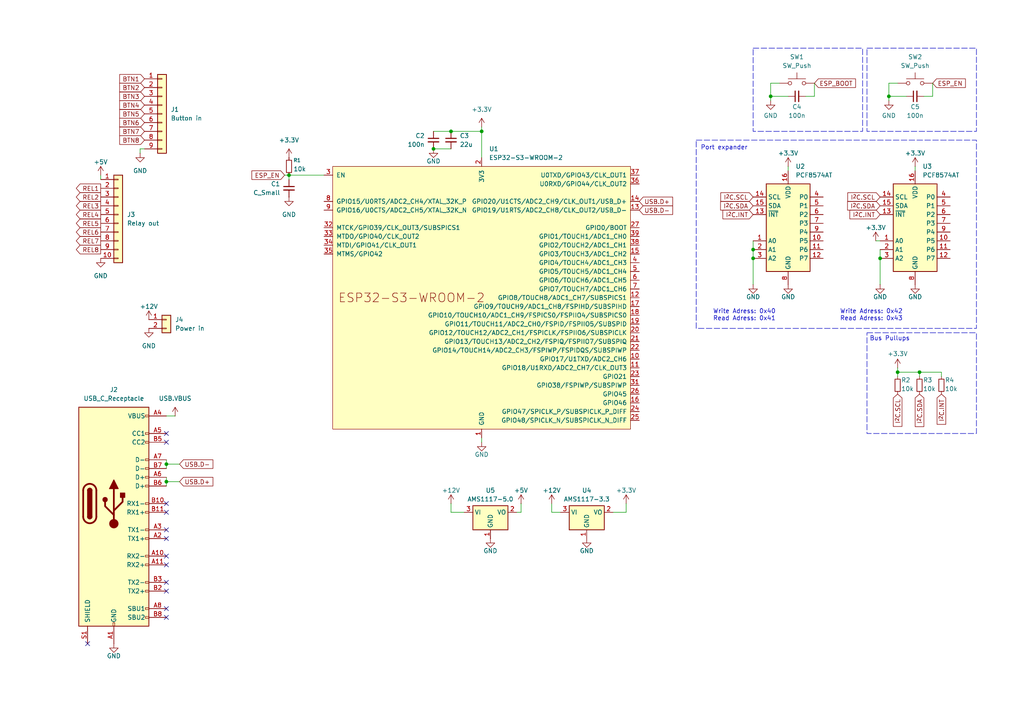
<source format=kicad_sch>
(kicad_sch (version 20250114) (generator "eeschema") (generator_version "9.0")
  (paper "A4")
  (lib_symbols
    (symbol "Connector:USB_C_Receptacle" (pin_names (offset 1.016))
      (property "Reference" "J" (at -10.16 29.21 0))
      (property "Value" "USB_C_Receptacle" (at 10.16 29.21 0))
      (symbol "USB_C_Receptacle_0_0"
        (rectangle (start -0.254 -35.56) (end 0.254 -34.544))
        (rectangle (start 10.16 25.654) (end 9.144 25.146))
        (rectangle (start 10.16 20.574) (end 9.144 20.066))
        (rectangle (start 10.16 18.034) (end 9.144 17.526))
        (rectangle (start 10.16 12.954) (end 9.144 12.446))
        (rectangle (start 10.16 10.414) (end 9.144 9.906))
        (rectangle (start 10.16 7.874) (end 9.144 7.366))
        (rectangle (start 10.16 5.334) (end 9.144 4.826))
        (rectangle (start 10.16 0.254) (end 9.144 -0.254))
        (rectangle (start 10.16 -2.286) (end 9.144 -2.794))
        (rectangle (start 10.16 -7.366) (end 9.144 -7.874))
        (rectangle (start 10.16 -9.906) (end 9.144 -10.414))
        (rectangle (start 10.16 -14.986) (end 9.144 -15.494))
        (rectangle (start 10.16 -17.526) (end 9.144 -18.034))
        (rectangle (start 10.16 -22.606) (end 9.144 -23.114))
        (rectangle (start 10.16 -25.146) (end 9.144 -25.654))
        (rectangle (start 10.16 -30.226) (end 9.144 -30.734))
        (rectangle (start 10.16 -32.766) (end 9.144 -33.274))
      )
      (symbol "USB_C_Receptacle_0_1"
        (rectangle (start -10.16 27.94) (end 10.16 -35.56) (stroke (width 0.254)) (fill (type background)))
        (polyline (pts (xy -8.89 -3.81) (xy -8.89 3.81)) (stroke (width 0.508)))
        (rectangle (start -7.62 -3.81) (end -6.35 3.81) (stroke (width 0.254)) (fill (type outline)))
        (arc (start -7.62 3.81) (mid -6.985 4.4423) (end -6.35 3.81) (stroke (width 0.254)))
        (arc (start -7.62 3.81) (mid -6.985 4.4423) (end -6.35 3.81) (stroke (width 0.254)) (fill (type outline)))
        (arc (start -8.89 3.81) (mid -6.985 5.7067) (end -5.08 3.81) (stroke (width 0.508)))
        (arc (start -5.08 -3.81) (mid -6.985 -5.7067) (end -8.89 -3.81) (stroke (width 0.508)))
        (arc (start -6.35 -3.81) (mid -6.985 -4.4423) (end -7.62 -3.81) (stroke (width 0.254)))
        (arc (start -6.35 -3.81) (mid -6.985 -4.4423) (end -7.62 -3.81) (stroke (width 0.254)) (fill (type outline)))
        (polyline (pts (xy -5.08 3.81) (xy -5.08 -3.81)) (stroke (width 0.508)))
      )
      (symbol "USB_C_Receptacle_1_1"
        (circle (center -2.54 1.143) (radius 0.635) (stroke (width 0.254)) (fill (type outline)))
        (polyline (pts (xy -1.27 4.318) (xy 0 6.858) (xy 1.27 4.318) (xy -1.27 4.318)) (stroke (width 0.254)) (fill (type outline)))
        (polyline (pts (xy 0 -2.032) (xy 2.54 0.508) (xy 2.54 1.778)) (stroke (width 0.508)))
        (polyline (pts (xy 0 -3.302) (xy -2.54 -0.762) (xy -2.54 0.508)) (stroke (width 0.508)))
        (polyline (pts (xy 0 -5.842) (xy 0 4.318)) (stroke (width 0.508)))
        (circle (center 0 -5.842) (radius 1.27) (fill (type outline)))
        (rectangle (start 1.905 1.778) (end 3.175 3.048) (stroke (width 0.254)) (fill (type outline)))
        (pin passive line (at -7.62 -40.64 90) (length 5.08) (name "SHIELD") (number "S1"))
        (pin passive line (at 0 -40.64 90) (length 5.08) (name "GND") (number "A1"))
        (pin passive line (at 0 -40.64 90) (length 5.08) (hide yes) (name "GND") (number "A12"))
        (pin passive line (at 0 -40.64 90) (length 5.08) (hide yes) (name "GND") (number "B1"))
        (pin passive line (at 0 -40.64 90) (length 5.08) (hide yes) (name "GND") (number "B12"))
        (pin passive line (at 15.24 25.4 180) (length 5.08) (name "VBUS") (number "A4"))
        (pin passive line (at 15.24 25.4 180) (length 5.08) (hide yes) (name "VBUS") (number "A9"))
        (pin passive line (at 15.24 25.4 180) (length 5.08) (hide yes) (name "VBUS") (number "B4"))
        (pin passive line (at 15.24 25.4 180) (length 5.08) (hide yes) (name "VBUS") (number "B9"))
        (pin bidirectional line (at 15.24 20.32 180) (length 5.08) (name "CC1") (number "A5"))
        (pin bidirectional line (at 15.24 17.78 180) (length 5.08) (name "CC2") (number "B5"))
        (pin bidirectional line (at 15.24 12.7 180) (length 5.08) (name "D-") (number "A7"))
        (pin bidirectional line (at 15.24 10.16 180) (length 5.08) (name "D-") (number "B7"))
        (pin bidirectional line (at 15.24 7.62 180) (length 5.08) (name "D+") (number "A6"))
        (pin bidirectional line (at 15.24 5.08 180) (length 5.08) (name "D+") (number "B6"))
        (pin bidirectional line (at 15.24 0 180) (length 5.08) (name "RX1-") (number "B10"))
        (pin bidirectional line (at 15.24 -2.54 180) (length 5.08) (name "RX1+") (number "B11"))
        (pin bidirectional line (at 15.24 -7.62 180) (length 5.08) (name "TX1-") (number "A3"))
        (pin bidirectional line (at 15.24 -10.16 180) (length 5.08) (name "TX1+") (number "A2"))
        (pin bidirectional line (at 15.24 -15.24 180) (length 5.08) (name "RX2-") (number "A10"))
        (pin bidirectional line (at 15.24 -17.78 180) (length 5.08) (name "RX2+") (number "A11"))
        (pin bidirectional line (at 15.24 -22.86 180) (length 5.08) (name "TX2-") (number "B3"))
        (pin bidirectional line (at 15.24 -25.4 180) (length 5.08) (name "TX2+") (number "B2"))
        (pin bidirectional line (at 15.24 -30.48 180) (length 5.08) (name "SBU1") (number "A8"))
        (pin bidirectional line (at 15.24 -33.02 180) (length 5.08) (name "SBU2") (number "B8"))
      )
    )
    (symbol "Connector_Generic:Conn_01x02" (pin_names (offset 1.016) (hide yes))
      (property "Reference" "J" (at 0 2.54 0))
      (property "Value" "Conn_01x02" (at 0 -5.08 0))
      (symbol "Conn_01x02_1_1"
        (rectangle (start -1.27 1.27) (end 1.27 -3.81) (stroke (width 0.254)) (fill (type background)))
        (rectangle (start -1.27 0.127) (end 0 -0.127) (stroke (width 0.1524)))
        (rectangle (start -1.27 -2.413) (end 0 -2.667) (stroke (width 0.1524)))
        (pin passive line (at -5.08 0 0) (length 3.81) (name "Pin_1") (number "1"))
        (pin passive line (at -5.08 -2.54 0) (length 3.81) (name "Pin_2") (number "2"))
      )
    )
    (symbol "Connector_Generic:Conn_01x09" (pin_names (offset 1.016) (hide yes))
      (property "Reference" "J" (at 0 12.7 0))
      (property "Value" "Conn_01x09" (at 0 -12.7 0))
      (symbol "Conn_01x09_1_1"
        (rectangle (start -1.27 11.43) (end 1.27 -11.43) (stroke (width 0.254)) (fill (type background)))
        (rectangle (start -1.27 10.287) (end 0 10.033) (stroke (width 0.1524)))
        (rectangle (start -1.27 7.747) (end 0 7.493) (stroke (width 0.1524)))
        (rectangle (start -1.27 5.207) (end 0 4.953) (stroke (width 0.1524)))
        (rectangle (start -1.27 2.667) (end 0 2.413) (stroke (width 0.1524)))
        (rectangle (start -1.27 0.127) (end 0 -0.127) (stroke (width 0.1524)))
        (rectangle (start -1.27 -2.413) (end 0 -2.667) (stroke (width 0.1524)))
        (rectangle (start -1.27 -4.953) (end 0 -5.207) (stroke (width 0.1524)))
        (rectangle (start -1.27 -7.493) (end 0 -7.747) (stroke (width 0.1524)))
        (rectangle (start -1.27 -10.033) (end 0 -10.287) (stroke (width 0.1524)))
        (pin passive line (at -5.08 10.16 0) (length 3.81) (name "Pin_1") (number "1"))
        (pin passive line (at -5.08 7.62 0) (length 3.81) (name "Pin_2") (number "2"))
        (pin passive line (at -5.08 5.08 0) (length 3.81) (name "Pin_3") (number "3"))
        (pin passive line (at -5.08 2.54 0) (length 3.81) (name "Pin_4") (number "4"))
        (pin passive line (at -5.08 0 0) (length 3.81) (name "Pin_5") (number "5"))
        (pin passive line (at -5.08 -2.54 0) (length 3.81) (name "Pin_6") (number "6"))
        (pin passive line (at -5.08 -5.08 0) (length 3.81) (name "Pin_7") (number "7"))
        (pin passive line (at -5.08 -7.62 0) (length 3.81) (name "Pin_8") (number "8"))
        (pin passive line (at -5.08 -10.16 0) (length 3.81) (name "Pin_9") (number "9"))
      )
    )
    (symbol "Connector_Generic:Conn_01x10" (pin_names (offset 1.016) (hide yes))
      (property "Reference" "J" (at 0 12.7 0))
      (property "Value" "Conn_01x10" (at 0 -15.24 0))
      (symbol "Conn_01x10_1_1"
        (rectangle (start -1.27 11.43) (end 1.27 -13.97) (stroke (width 0.254)) (fill (type background)))
        (rectangle (start -1.27 10.287) (end 0 10.033) (stroke (width 0.1524)))
        (rectangle (start -1.27 7.747) (end 0 7.493) (stroke (width 0.1524)))
        (rectangle (start -1.27 5.207) (end 0 4.953) (stroke (width 0.1524)))
        (rectangle (start -1.27 2.667) (end 0 2.413) (stroke (width 0.1524)))
        (rectangle (start -1.27 0.127) (end 0 -0.127) (stroke (width 0.1524)))
        (rectangle (start -1.27 -2.413) (end 0 -2.667) (stroke (width 0.1524)))
        (rectangle (start -1.27 -4.953) (end 0 -5.207) (stroke (width 0.1524)))
        (rectangle (start -1.27 -7.493) (end 0 -7.747) (stroke (width 0.1524)))
        (rectangle (start -1.27 -10.033) (end 0 -10.287) (stroke (width 0.1524)))
        (rectangle (start -1.27 -12.573) (end 0 -12.827) (stroke (width 0.1524)))
        (pin passive line (at -5.08 10.16 0) (length 3.81) (name "Pin_1") (number "1"))
        (pin passive line (at -5.08 7.62 0) (length 3.81) (name "Pin_2") (number "2"))
        (pin passive line (at -5.08 5.08 0) (length 3.81) (name "Pin_3") (number "3"))
        (pin passive line (at -5.08 2.54 0) (length 3.81) (name "Pin_4") (number "4"))
        (pin passive line (at -5.08 0 0) (length 3.81) (name "Pin_5") (number "5"))
        (pin passive line (at -5.08 -2.54 0) (length 3.81) (name "Pin_6") (number "6"))
        (pin passive line (at -5.08 -5.08 0) (length 3.81) (name "Pin_7") (number "7"))
        (pin passive line (at -5.08 -7.62 0) (length 3.81) (name "Pin_8") (number "8"))
        (pin passive line (at -5.08 -10.16 0) (length 3.81) (name "Pin_9") (number "9"))
        (pin passive line (at -5.08 -12.7 0) (length 3.81) (name "Pin_10") (number "10"))
      )
    )
    (symbol "Device:C_Small" (pin_numbers (hide yes)) (pin_names (offset 0.254) (hide yes))
      (property "Reference" "C" (at 0.254 1.778 0))
      (property "Value" "C_Small" (at 0.254 -2.032 0))
      (symbol "C_Small_0_1"
        (polyline (pts (xy -1.524 0.508) (xy 1.524 0.508)) (stroke (width 0.3048)))
        (polyline (pts (xy -1.524 -0.508) (xy 1.524 -0.508)) (stroke (width 0.3302)))
      )
      (symbol "C_Small_1_1"
        (pin passive line (at 0 2.54 270) (length 2.032) (name "~") (number "1"))
        (pin passive line (at 0 -2.54 90) (length 2.032) (name "~") (number "2"))
      )
    )
    (symbol "Device:R_Small" (pin_numbers (hide yes)) (pin_names (offset 0.254) (hide yes))
      (property "Reference" "R" (at 0 0 90))
      (property "Value" "R_Small" (at 1.778 0 90))
      (symbol "R_Small_0_1"
        (rectangle (start -0.762 1.778) (end 0.762 -1.778) (stroke (width 0.2032)))
      )
      (symbol "R_Small_1_1"
        (pin passive line (at 0 2.54 270) (length 0.762) (name "~") (number "1"))
        (pin passive line (at 0 -2.54 90) (length 0.762) (name "~") (number "2"))
      )
    )
    (symbol "Interface_Expansion:PCF8574AT"
      (property "Reference" "U" (at -6.35 12.954 0))
      (property "Value" "PCF8574AT" (at 3.048 12.954 0))
      (symbol "PCF8574AT_0_1"
        (rectangle (start -6.35 -13.97) (end 6.35 11.43) (stroke (width 0.254)) (fill (type background)))
      )
      (symbol "PCF8574AT_1_1"
        (pin input line (at -10.16 7.62 0) (length 3.81) (name "SCL") (number "14"))
        (pin bidirectional line (at -10.16 5.08 0) (length 3.81) (name "SDA") (number "15"))
        (pin open_collector line (at -10.16 2.54 0) (length 3.81) (name "~{INT}") (number "13"))
        (pin input line (at -10.16 -5.08 0) (length 3.81) (name "A0") (number "1"))
        (pin input line (at -10.16 -7.62 0) (length 3.81) (name "A1") (number "2"))
        (pin input line (at -10.16 -10.16 0) (length 3.81) (name "A2") (number "3"))
        (pin power_in line (at 0 15.24 270) (length 3.81) (name "VDD") (number "16"))
        (pin power_in line (at 0 -17.78 90) (length 3.81) (name "GND") (number "8"))
        (pin bidirectional line (at 10.16 7.62 180) (length 3.81) (name "P0") (number "4"))
        (pin bidirectional line (at 10.16 5.08 180) (length 3.81) (name "P1") (number "5"))
        (pin bidirectional line (at 10.16 2.54 180) (length 3.81) (name "P2") (number "6"))
        (pin bidirectional line (at 10.16 0 180) (length 3.81) (name "P3") (number "7"))
        (pin bidirectional line (at 10.16 -2.54 180) (length 3.81) (name "P4") (number "9"))
        (pin bidirectional line (at 10.16 -5.08 180) (length 3.81) (name "P5") (number "10"))
        (pin bidirectional line (at 10.16 -7.62 180) (length 3.81) (name "P6") (number "11"))
        (pin bidirectional line (at 10.16 -10.16 180) (length 3.81) (name "P7") (number "12"))
      )
    )
    (symbol "PCM_Espressif:ESP32-S3-WROOM-2" (pin_names (offset 1.016))
      (property "Reference" "U" (at -43.18 43.18 0))
      (property "Value" "ESP32-S3-WROOM-2" (at -43.18 40.64 0))
      (symbol "ESP32-S3-WROOM-2_0_0"
        (text "ESP32-S3-WROOM-2" (at -20.32 0 0) (effects (font (size 2.54 2.54))))
        (pin input line (at -45.72 35.56 0) (length 2.54) (name "EN") (number "3"))
        (pin bidirectional line (at -45.72 27.94 0) (length 2.54) (name "GPIO15/U0RTS/ADC2_CH4/XTAL_32K_P") (number "8"))
        (pin bidirectional line (at -45.72 25.4 0) (length 2.54) (name "GPIO16/U0CTS/ADC2_CH5/XTAL_32K_N") (number "9"))
        (pin bidirectional line (at -45.72 20.32 0) (length 2.54) (name "MTCK/GPIO39/CLK_OUT3/SUBSPICS1") (number "32"))
        (pin bidirectional line (at -45.72 17.78 0) (length 2.54) (name "MTDO/GPIO40/CLK_OUT2") (number "33"))
        (pin bidirectional line (at -45.72 15.24 0) (length 2.54) (name "MTDI/GPIO41/CLK_OUT1") (number "34"))
        (pin bidirectional line (at -45.72 12.7 0) (length 2.54) (name "MTMS/GPIO42") (number "35"))
        (pin no_connect line (at -43.18 -30.48 0) (length 2.54) (hide yes) (name "NC") (number "30"))
        (pin no_connect line (at -43.18 -33.02 0) (length 2.54) (hide yes) (name "NC") (number "29"))
        (pin no_connect line (at -43.18 -35.56 0) (length 2.54) (hide yes) (name "NC") (number "28"))
        (pin power_in line (at 0 40.64 270) (length 2.54) (name "3V3") (number "2"))
        (pin power_in line (at 0 -40.64 90) (length 2.54) (name "GND") (number "1"))
        (pin passive line (at 0 -40.64 90) (length 2.54) (hide yes) (name "GND") (number "40"))
        (pin passive line (at 0 -40.64 90) (length 2.54) (hide yes) (name "GND") (number "41"))
        (pin bidirectional line (at 45.72 35.56 180) (length 2.54) (name "U0TXD/GPIO43/CLK_OUT1") (number "37"))
        (pin bidirectional line (at 45.72 33.02 180) (length 2.54) (name "U0RXD/GPIO44/CLK_OUT2") (number "36"))
        (pin bidirectional line (at 45.72 27.94 180) (length 2.54) (name "GPIO20/U1CTS/ADC2_CH9/CLK_OUT1/USB_D+") (number "14"))
        (pin bidirectional line (at 45.72 25.4 180) (length 2.54) (name "GPIO19/U1RTS/ADC2_CH8/CLK_OUT2/USB_D-") (number "13"))
        (pin bidirectional line (at 45.72 20.32 180) (length 2.54) (name "GPIO0/BOOT") (number "27"))
        (pin bidirectional line (at 45.72 17.78 180) (length 2.54) (name "GPIO1/TOUCH1/ADC1_CH0") (number "39"))
        (pin bidirectional line (at 45.72 15.24 180) (length 2.54) (name "GPIO2/TOUCH2/ADC1_CH1") (number "38"))
        (pin bidirectional line (at 45.72 12.7 180) (length 2.54) (name "GPIO3/TOUCH3/ADC1_CH2") (number "15"))
        (pin bidirectional line (at 45.72 10.16 180) (length 2.54) (name "GPIO4/TOUCH4/ADC1_CH3") (number "4"))
        (pin bidirectional line (at 45.72 7.62 180) (length 2.54) (name "GPIO5/TOUCH5/ADC1_CH4") (number "5"))
        (pin bidirectional line (at 45.72 5.08 180) (length 2.54) (name "GPIO6/TOUCH6/ADC1_CH5") (number "6"))
        (pin bidirectional line (at 45.72 2.54 180) (length 2.54) (name "GPIO7/TOUCH7/ADC1_CH6") (number "7"))
        (pin bidirectional line (at 45.72 0 180) (length 2.54) (name "GPIO8/TOUCH8/ADC1_CH7/SUBSPICS1") (number "12"))
        (pin bidirectional line (at 45.72 -2.54 180) (length 2.54) (name "GPIO9/TOUCH9/ADC1_CH8/FSPIHD/SUBSPIHD") (number "17"))
        (pin bidirectional line (at 45.72 -5.08 180) (length 2.54) (name "GPIO10/TOUCH10/ADC1_CH9/FSPICS0/FSPIIO4/SUBSPICS0") (number "18"))
        (pin bidirectional line (at 45.72 -7.62 180) (length 2.54) (name "GPIO11/TOUCH11/ADC2_CH0/FSPID/FSPIIO5/SUBSPID") (number "19"))
        (pin bidirectional line (at 45.72 -10.16 180) (length 2.54) (name "GPIO12/TOUCH12/ADC2_CH1/FSPICLK/FSPIIO6/SUBSPICLK") (number "20"))
        (pin bidirectional line (at 45.72 -12.7 180) (length 2.54) (name "GPIO13/TOUCH13/ADC2_CH2/FSPIQ/FSPIIO7/SUBSPIQ") (number "21"))
        (pin bidirectional line (at 45.72 -15.24 180) (length 2.54) (name "GPIO14/TOUCH14/ADC2_CH3/FSPIWP/FSPIDQS/SUBSPIWP") (number "22"))
        (pin bidirectional line (at 45.72 -17.78 180) (length 2.54) (name "GPIO17/U1TXD/ADC2_CH6") (number "10"))
        (pin bidirectional line (at 45.72 -20.32 180) (length 2.54) (name "GPIO18/U1RXD/ADC2_CH7/CLK_OUT3") (number "11"))
        (pin bidirectional line (at 45.72 -22.86 180) (length 2.54) (name "GPIO21") (number "23"))
        (pin bidirectional line (at 45.72 -25.4 180) (length 2.54) (name "GPIO38/FSPIWP/SUBSPIWP") (number "31"))
        (pin bidirectional line (at 45.72 -27.94 180) (length 2.54) (name "GPIO45") (number "26"))
        (pin bidirectional line (at 45.72 -30.48 180) (length 2.54) (name "GPIO46") (number "16"))
        (pin bidirectional line (at 45.72 -33.02 180) (length 2.54) (name "GPIO47/SPICLK_P/SUBSPICLK_P_DIFF") (number "24"))
        (pin bidirectional line (at 45.72 -35.56 180) (length 2.54) (name "GPIO48/SPICLK_N/SUBSPICLK_N_DIFF") (number "25"))
      )
      (symbol "ESP32-S3-WROOM-2_0_1"
        (rectangle (start -43.18 38.1) (end 43.18 -38.1) (fill (type background)))
      )
    )
    (symbol "Regulator_Linear:AMS1117-3.3"
      (property "Reference" "U" (at -3.81 3.175 0))
      (property "Value" "AMS1117-3.3" (at 0 3.175 0))
      (symbol "AMS1117-3.3_0_1"
        (rectangle (start -5.08 -5.08) (end 5.08 1.905) (stroke (width 0.254)) (fill (type background)))
      )
      (symbol "AMS1117-3.3_1_1"
        (pin power_in line (at -7.62 0 0) (length 2.54) (name "VI") (number "3"))
        (pin power_in line (at 0 -7.62 90) (length 2.54) (name "GND") (number "1"))
        (pin power_out line (at 7.62 0 180) (length 2.54) (name "VO") (number "2"))
      )
    )
    (symbol "Regulator_Linear:AMS1117-5.0"
      (property "Reference" "U" (at -3.81 3.175 0))
      (property "Value" "AMS1117-5.0" (at 0 3.175 0))
      (symbol "AMS1117-5.0_0_1"
        (rectangle (start -5.08 -5.08) (end 5.08 1.905) (stroke (width 0.254)) (fill (type background)))
      )
      (symbol "AMS1117-5.0_1_1"
        (pin power_in line (at -7.62 0 0) (length 2.54) (name "VI") (number "3"))
        (pin power_in line (at 0 -7.62 90) (length 2.54) (name "GND") (number "1"))
        (pin power_out line (at 7.62 0 180) (length 2.54) (name "VO") (number "2"))
      )
    )
    (symbol "Switch:SW_Push" (pin_numbers (hide yes)) (pin_names (offset 1.016) (hide yes))
      (property "Reference" "SW" (at 1.27 2.54 0))
      (property "Value" "SW_Push" (at 0 -1.524 0))
      (symbol "SW_Push_0_1"
        (circle (center -2.032 0) (radius 0.508))
        (polyline (pts (xy 0 1.27) (xy 0 3.048)))
        (circle (center 2.032 0) (radius 0.508))
        (polyline (pts (xy 2.54 1.27) (xy -2.54 1.27)))
        (pin passive line (at -5.08 0 0) (length 2.54) (name "1") (number "1"))
        (pin passive line (at 5.08 0 180) (length 2.54) (name "2") (number "2"))
      )
    )
    (symbol "power:+3.3V" (power) (pin_numbers (hide yes)) (pin_names (offset 0) (hide yes))
      (property "Value" "+3.3V" (at 0 3.556 0))
      (symbol "+3.3V_0_1"
        (polyline (pts (xy -0.762 1.27) (xy 0 2.54)))
        (polyline (pts (xy 0 2.54) (xy 0.762 1.27)))
        (polyline (pts (xy 0 0) (xy 0 2.54)))
      )
      (symbol "+3.3V_1_1"
        (pin power_in line (at 0 0 90) (length 0) (name "~") (number "1"))
      )
    )
    (symbol "power:GND" (power) (pin_numbers (hide yes)) (pin_names (offset 0) (hide yes))
      (property "Value" "GND" (at 0 -3.81 0))
      (symbol "GND_0_1"
        (polyline (pts (xy 0 0) (xy 0 -1.27) (xy 1.27 -1.27) (xy 0 -2.54) (xy -1.27 -1.27) (xy 0 -1.27)))
      )
      (symbol "GND_1_1"
        (pin power_in line (at 0 0 270) (length 0) (name "~") (number "1"))
      )
    )
  )
  (rectangle (start 251.46 96.52) (end 283.21 125.73) (stroke (width 0) (type dash)))
  (rectangle (start 201.93 40.64) (end 283.21 95.25) (stroke (width 0) (type dash)))
  (rectangle (start 251.46 13.97) (end 283.21 38.1) (stroke (width 0) (type dash)))
  (rectangle (start 218.44 13.97) (end 250.19 38.1) (stroke (width 0) (type dash)))
  (text "Bus Pullups" (at 252.222 97.536 0) (effects (font (size 1.27 1.27)) (justify left top)))
  (text "Write Adress: 0x42\nRead Adress: 0x43" (at 252.73 91.44 0) (effects (font (size 1.27 1.27))))
  (text "Write Adress: 0x40\nRead Adress: 0x41" (at 215.9 91.44 0) (effects (font (size 1.27 1.27))))
  (text "Port expander" (at 203.2 42.164 0) (effects (font (size 1.27 1.27)) (justify left top)))
  (junction (at 260.35 107.95))
  (junction (at 125.73 43.18))
  (junction (at 48.26 134.62))
  (junction (at 130.81 38.1))
  (junction (at 218.44 72.39))
  (junction (at 139.7 38.1))
  (junction (at 223.52 27.94))
  (junction (at 83.82 50.8))
  (junction (at 266.7 107.95))
  (junction (at 255.27 74.93))
  (junction (at 218.44 74.93))
  (junction (at 257.81 27.94))
  (junction (at 48.26 139.7))
  (no_connect (at 48.26 161.29))
  (no_connect (at 48.26 171.45))
  (no_connect (at 48.26 128.27))
  (no_connect (at 48.26 176.53))
  (no_connect (at 48.26 148.59))
  (no_connect (at 48.26 125.73))
  (no_connect (at 25.4 186.69))
  (no_connect (at 48.26 168.91))
  (no_connect (at 48.26 156.21))
  (no_connect (at 48.26 179.07))
  (no_connect (at 48.26 163.83))
  (no_connect (at 48.26 146.05))
  (no_connect (at 48.26 153.67))
  (wire (pts (xy 223.52 29.21) (xy 223.52 27.94)))
  (wire (pts (xy 270.51 27.94) (xy 270.51 24.13)))
  (wire (pts (xy 265.43 48.26) (xy 265.43 49.53)))
  (wire (pts (xy 257.81 24.13) (xy 257.81 27.94)))
  (wire (pts (xy 266.7 109.22) (xy 266.7 107.95)))
  (wire (pts (xy 151.13 148.59) (xy 151.13 146.05)))
  (wire (pts (xy 82.55 50.8) (xy 83.82 50.8)))
  (wire (pts (xy 48.26 120.65) (xy 50.8 120.65)))
  (wire (pts (xy 83.82 50.8) (xy 93.98 50.8)))
  (wire (pts (xy 228.6 48.26) (xy 228.6 49.53)))
  (wire (pts (xy 48.26 139.7) (xy 48.26 140.97)))
  (wire (pts (xy 130.81 146.05) (xy 130.81 148.59)))
  (wire (pts (xy 255.27 74.93) (xy 255.27 82.55)))
  (wire (pts (xy 160.02 146.05) (xy 160.02 148.59)))
  (wire (pts (xy 257.81 24.13) (xy 260.35 24.13)))
  (wire (pts (xy 236.22 27.94) (xy 236.22 24.13)))
  (wire (pts (xy 149.86 148.59) (xy 151.13 148.59)))
  (wire (pts (xy 255.27 72.39) (xy 255.27 74.93)))
  (wire (pts (xy 40.64 43.18) (xy 41.91 43.18)))
  (wire (pts (xy 177.8 148.59) (xy 181.61 148.59)))
  (wire (pts (xy 125.73 43.18) (xy 130.81 43.18)))
  (wire (pts (xy 139.7 36.83) (xy 139.7 38.1)))
  (wire (pts (xy 233.68 27.94) (xy 236.22 27.94)))
  (wire (pts (xy 130.81 38.1) (xy 125.73 38.1)))
  (wire (pts (xy 40.64 44.45) (xy 40.64 43.18)))
  (wire (pts (xy 48.26 133.35) (xy 48.26 134.62)))
  (wire (pts (xy 267.97 27.94) (xy 270.51 27.94)))
  (wire (pts (xy 130.81 148.59) (xy 134.62 148.59)))
  (wire (pts (xy 139.7 38.1) (xy 139.7 45.72)))
  (wire (pts (xy 260.35 107.95) (xy 260.35 109.22)))
  (wire (pts (xy 181.61 148.59) (xy 181.61 146.05)))
  (wire (pts (xy 218.44 74.93) (xy 218.44 82.55)))
  (wire (pts (xy 254 69.85) (xy 255.27 69.85)))
  (wire (pts (xy 52.07 139.7) (xy 48.26 139.7)))
  (wire (pts (xy 48.26 134.62) (xy 52.07 134.62)))
  (wire (pts (xy 48.26 138.43) (xy 48.26 139.7)))
  (wire (pts (xy 260.35 107.95) (xy 266.7 107.95)))
  (wire (pts (xy 257.81 27.94) (xy 262.89 27.94)))
  (wire (pts (xy 160.02 148.59) (xy 162.56 148.59)))
  (wire (pts (xy 218.44 69.85) (xy 218.44 72.39)))
  (wire (pts (xy 260.35 106.68) (xy 260.35 107.95)))
  (wire (pts (xy 139.7 38.1) (xy 130.81 38.1)))
  (wire (pts (xy 223.52 24.13) (xy 226.06 24.13)))
  (wire (pts (xy 223.52 24.13) (xy 223.52 27.94)))
  (wire (pts (xy 29.21 50.8) (xy 29.21 52.07)))
  (wire (pts (xy 139.7 127) (xy 139.7 128.27)))
  (wire (pts (xy 223.52 27.94) (xy 228.6 27.94)))
  (wire (pts (xy 218.44 72.39) (xy 218.44 74.93)))
  (wire (pts (xy 273.05 107.95) (xy 266.7 107.95)))
  (wire (pts (xy 83.82 52.07) (xy 83.82 50.8)))
  (wire (pts (xy 257.81 29.21) (xy 257.81 27.94)))
  (wire (pts (xy 48.26 134.62) (xy 48.26 135.89)))
  (wire (pts (xy 273.05 109.22) (xy 273.05 107.95)))
  (global_label "REL8" (shape output) (at 29.21 72.39 180) (property "Intersheetrefs" "${INTERSHEET_REFS}" (effects (hide yes))))
  (global_label "I^{2}C.SCL" (shape input) (at 255.27 57.15 180) (property "Intersheetrefs" "${INTERSHEET_REFS}" (effects (hide yes))))
  (global_label "REL3" (shape output) (at 29.21 59.69 180) (property "Intersheetrefs" "${INTERSHEET_REFS}" (effects (hide yes))))
  (global_label "I^{2}C.SCL" (shape input) (at 218.44 57.15 180) (property "Intersheetrefs" "${INTERSHEET_REFS}" (effects (hide yes))))
  (global_label "BTN2" (shape input) (at 41.91 25.4 180) (property "Intersheetrefs" "${INTERSHEET_REFS}" (effects (hide yes))))
  (global_label "REL4" (shape output) (at 29.21 62.23 180) (property "Intersheetrefs" "${INTERSHEET_REFS}" (effects (hide yes))))
  (global_label "I^{2}C.SCL" (shape input) (at 260.35 114.3 270) (property "Intersheetrefs" "${INTERSHEET_REFS}" (effects (hide yes))))
  (global_label "ESP_EN" (shape input) (at 82.55 50.8 180) (property "Intersheetrefs" "${INTERSHEET_REFS}" (effects (hide yes))))
  (global_label "I^{2}C.INT" (shape input) (at 218.44 62.23 180) (property "Intersheetrefs" "${INTERSHEET_REFS}" (effects (hide yes))))
  (global_label "I^{2}C.INT" (shape input) (at 273.05 114.3 270) (property "Intersheetrefs" "${INTERSHEET_REFS}" (effects (hide yes))))
  (global_label "REL5" (shape output) (at 29.21 64.77 180) (property "Intersheetrefs" "${INTERSHEET_REFS}" (effects (hide yes))))
  (global_label "ESP_EN" (shape input) (at 270.51 24.13 0) (property "Intersheetrefs" "${INTERSHEET_REFS}" (effects (hide yes))))
  (global_label "REL2" (shape output) (at 29.21 57.15 180) (property "Intersheetrefs" "${INTERSHEET_REFS}" (effects (hide yes))))
  (global_label "I^{2}C.SDA" (shape input) (at 266.7 114.3 270) (property "Intersheetrefs" "${INTERSHEET_REFS}" (effects (hide yes))))
  (global_label "BTN6" (shape input) (at 41.91 35.56 180) (property "Intersheetrefs" "${INTERSHEET_REFS}" (effects (hide yes))))
  (global_label "BTN8" (shape input) (at 41.91 40.64 180) (property "Intersheetrefs" "${INTERSHEET_REFS}" (effects (hide yes))))
  (global_label "BTN5" (shape input) (at 41.91 33.02 180) (property "Intersheetrefs" "${INTERSHEET_REFS}" (effects (hide yes))))
  (global_label "BTN4" (shape input) (at 41.91 30.48 180) (property "Intersheetrefs" "${INTERSHEET_REFS}" (effects (hide yes))))
  (global_label "I^{2}C.INT" (shape input) (at 255.27 62.23 180) (property "Intersheetrefs" "${INTERSHEET_REFS}" (effects (hide yes))))
  (global_label "BTN7" (shape input) (at 41.91 38.1 180) (property "Intersheetrefs" "${INTERSHEET_REFS}" (effects (hide yes))))
  (global_label "I^{2}C.SDA" (shape input) (at 255.27 59.69 180) (property "Intersheetrefs" "${INTERSHEET_REFS}" (effects (hide yes))))
  (global_label "REL1" (shape output) (at 29.21 54.61 180) (property "Intersheetrefs" "${INTERSHEET_REFS}" (effects (hide yes))))
  (global_label "REL7" (shape output) (at 29.21 69.85 180) (property "Intersheetrefs" "${INTERSHEET_REFS}" (effects (hide yes))))
  (global_label "BTN1" (shape input) (at 41.91 22.86 180) (property "Intersheetrefs" "${INTERSHEET_REFS}" (effects (hide yes))))
  (global_label "USB.D+" (shape input) (at 185.42 58.42 0) (property "Intersheetrefs" "${INTERSHEET_REFS}" (effects (hide yes))))
  (global_label "USB.D-" (shape input) (at 52.07 134.62 0) (property "Intersheetrefs" "${INTERSHEET_REFS}" (effects (hide yes))))
  (global_label "USB.D+" (shape input) (at 52.07 139.7 0) (property "Intersheetrefs" "${INTERSHEET_REFS}" (effects (hide yes))))
  (global_label "REL6" (shape output) (at 29.21 67.31 180) (property "Intersheetrefs" "${INTERSHEET_REFS}" (effects (hide yes))))
  (global_label "ESP_BOOT" (shape input) (at 236.22 24.13 0) (property "Intersheetrefs" "${INTERSHEET_REFS}" (effects (hide yes))))
  (global_label "BTN3" (shape input) (at 41.91 27.94 180) (property "Intersheetrefs" "${INTERSHEET_REFS}" (effects (hide yes))))
  (global_label "I^{2}C.SDA" (shape input) (at 218.44 59.69 180) (property "Intersheetrefs" "${INTERSHEET_REFS}" (effects (hide yes))))
  (global_label "USB.D-" (shape input) (at 185.42 60.96 0) (property "Intersheetrefs" "${INTERSHEET_REFS}" (effects (hide yes))))
  (symbol (lib_id "power:GND") (at 43.18 95.25 0) (unit 1)
    (property "Reference" "#PWR023" (effects (hide yes)))
    (property "Value" "GND" (at 43.18 100.33 0))
    (property "Description" "Power symbol creates a global label with name \"GND\" , ground" (effects (hide yes)))
  )
  (symbol (lib_id "Connector_Generic:Conn_01x02") (at 48.26 92.71 0) (unit 1)
    (property "Reference" "J4" (at 50.8 92.7099 0) (effects (justify left)))
    (property "Value" "Power in" (at 50.8 95.2499 0) (effects (justify left)))
    (property "Description" "Generic connector, single row, 01x02, script generated (kicad-library-utils/schlib/autogen/connector/)" (effects (hide yes)))
  )
  (symbol (lib_id "power:GND") (at 33.02 186.69 0) (unit 1)
    (property "Reference" "#PWR016" (effects (hide yes)))
    (property "Value" "GND" (at 33.02 190.246 0))
    (property "Description" "Power symbol creates a global label with name \"GND\" , ground" (effects (hide yes)))
  )
  (symbol (lib_id "power:+3.3V") (at 130.81 146.05 0) (unit 1)
    (property "Reference" "#PWR025" (effects (hide yes)))
    (property "Value" "+12V" (at 130.81 142.24 0))
    (property "Description" "Power symbol creates a global label with name \"+3.3V\"" (effects (hide yes)))
  )
  (symbol (lib_id "Device:R_Small") (at 273.05 111.76 0) (unit 1)
    (property "Reference" "R4" (at 274.066 110.236 0) (effects (justify left)))
    (property "Value" "10k" (at 274.066 112.776 0) (effects (justify left)))
    (property "Description" "Resistor, small symbol" (effects (hide yes)))
  )
  (symbol (lib_id "power:+3.3V") (at 50.8 120.65 0) (unit 1)
    (property "Reference" "#PWR017" (effects (hide yes)))
    (property "Value" "USB.VBUS" (at 50.8 115.57 0))
    (property "Description" "Power symbol creates a global label with name \"+3.3V\"" (effects (hide yes)))
  )
  (symbol (lib_id "power:+3.3V") (at 139.7 36.83 0) (unit 1)
    (property "Reference" "#PWR05" (effects (hide yes)))
    (property "Value" "+3.3V" (at 139.7 31.75 0))
    (property "Description" "Power symbol creates a global label with name \"+3.3V\"" (effects (hide yes)))
  )
  (symbol (lib_id "PCM_Espressif:ESP32-S3-WROOM-2") (at 139.7 86.36 0) (unit 1)
    (property "Reference" "U1" (at 141.8433 43.18 0) (effects (justify left)))
    (property "Value" "ESP32-S3-WROOM-2" (at 141.8433 45.72 0) (effects (justify left)))
    (property "Footprint" "PCM_Espressif:ESP32-S3-WROOM-2" (effects (hide yes)))
    (property "Datasheet" "https://www.espressif.com/sites/default/files/documentation/esp32-s3-wroom-2_datasheet_en.pdf" (effects (hide yes)))
    (property "Description" "2.4 GHz WiFi (802.11 b/g/n) and Bluetooth ® 5 (LE) module Built around ESP32S3 series of SoCs, Xtensa ® dualcore 32bit LX7 microprocessor Flash up to 16 MB, PSRAM up to 8 MB 36 GPIOs, rich set of peripherals Onboard PCB antenna" (effects (hide yes)))
  )
  (symbol (lib_id "Device:R_Small") (at 260.35 111.76 0) (unit 1)
    (property "Reference" "R2" (at 261.366 110.236 0) (effects (justify left)))
    (property "Value" "10k" (at 261.366 112.776 0) (effects (justify left)))
    (property "Description" "Resistor, small symbol" (effects (hide yes)))
  )
  (symbol (lib_id "power:+3.3V") (at 265.43 48.26 0) (unit 1)
    (property "Reference" "#PWR013" (effects (hide yes)))
    (property "Value" "+3.3V" (at 265.43 44.45 0))
    (property "Description" "Power symbol creates a global label with name \"+3.3V\"" (effects (hide yes)))
  )
  (symbol (lib_id "power:GND") (at 255.27 82.55 0) (unit 1)
    (property "Reference" "#PWR012" (effects (hide yes)))
    (property "Value" "GND" (at 255.27 86.106 0))
    (property "Description" "Power symbol creates a global label with name \"GND\" , ground" (effects (hide yes)))
  )
  (symbol (lib_id "power:+3.3V") (at 43.18 92.71 0) (unit 1)
    (property "Reference" "#PWR024" (effects (hide yes)))
    (property "Value" "+12V" (at 43.18 88.9 0))
    (property "Description" "Power symbol creates a global label with name \"+3.3V\"" (effects (hide yes)))
  )
  (symbol (lib_id "Device:C_Small") (at 125.73 40.64 0) (unit 1)
    (property "Reference" "C2" (at 123.19 39.3762 0) (effects (justify right)))
    (property "Value" "100n" (at 123.19 41.9162 0) (effects (justify right)))
    (property "Description" "Unpolarized capacitor, small symbol" (effects (hide yes)))
  )
  (symbol (lib_id "Device:C_Small") (at 265.43 27.94 90) (mirror x) (unit 1)
    (property "Reference" "C5" (at 265.43 30.988 90))
    (property "Value" "100n" (at 265.43 33.528 90))
    (property "Description" "Unpolarized capacitor, small symbol" (effects (hide yes)))
  )
  (symbol (lib_id "Device:C_Small") (at 130.81 40.64 0) (mirror y) (unit 1)
    (property "Reference" "C3" (at 133.35 39.3762 0) (effects (justify right)))
    (property "Value" "22u" (at 133.35 41.9162 0) (effects (justify right)))
    (property "Description" "Unpolarized capacitor, small symbol" (effects (hide yes)))
  )
  (symbol (lib_id "power:GND") (at 257.81 29.21 0) (unit 1)
    (property "Reference" "#PWR07" (effects (hide yes)))
    (property "Value" "GND" (at 257.81 33.528 0))
    (property "Description" "Power symbol creates a global label with name \"GND\" , ground" (effects (hide yes)))
  )
  (symbol (lib_id "power:GND") (at 218.44 82.55 0) (unit 1)
    (property "Reference" "#PWR010" (effects (hide yes)))
    (property "Value" "GND" (at 218.44 86.106 0))
    (property "Description" "Power symbol creates a global label with name \"GND\" , ground" (effects (hide yes)))
  )
  (symbol (lib_id "power:GND") (at 228.6 82.55 0) (unit 1)
    (property "Reference" "#PWR09" (effects (hide yes)))
    (property "Value" "GND" (at 228.6 86.106 0))
    (property "Description" "Power symbol creates a global label with name \"GND\" , ground" (effects (hide yes)))
  )
  (symbol (lib_id "power:+3.3V") (at 260.35 106.68 0) (unit 1)
    (property "Reference" "#PWR018" (effects (hide yes)))
    (property "Value" "+3.3V" (at 260.35 102.616 0))
    (property "Description" "Power symbol creates a global label with name \"+3.3V\"" (effects (hide yes)))
  )
  (symbol (lib_id "power:GND") (at 40.64 44.45 0) (unit 1)
    (property "Reference" "#PWR01" (effects (hide yes)))
    (property "Value" "GND" (at 40.64 49.53 0))
    (property "Description" "Power symbol creates a global label with name \"GND\" , ground" (effects (hide yes)))
  )
  (symbol (lib_id "Connector:USB_C_Receptacle") (at 33.02 146.05 0) (unit 1)
    (property "Reference" "J2" (at 33.02 113.03 0))
    (property "Value" "USB_C_Receptacle" (at 33.02 115.57 0))
    (property "Datasheet" "https://www.usb.org/sites/default/files/documents/usb_type-c.zip" (effects (hide yes)))
    (property "Description" "USB Full-Featured Type-C Receptacle connector" (effects (hide yes)))
  )
  (symbol (lib_id "Device:C_Small") (at 231.14 27.94 90) (mirror x) (unit 1)
    (property "Reference" "C4" (at 231.14 30.988 90))
    (property "Value" "100n" (at 231.14 33.528 90))
    (property "Description" "Unpolarized capacitor, small symbol" (effects (hide yes)))
  )
  (symbol (lib_id "power:GND") (at 223.52 29.21 0) (unit 1)
    (property "Reference" "#PWR06" (effects (hide yes)))
    (property "Value" "GND" (at 223.52 33.528 0))
    (property "Description" "Power symbol creates a global label with name \"GND\" , ground" (effects (hide yes)))
  )
  (symbol (lib_id "Regulator_Linear:AMS1117-3.3") (at 170.18 148.59 0) (unit 1)
    (property "Reference" "U4" (at 170.18 142.24 0))
    (property "Value" "AMS1117-3.3" (at 170.18 144.78 0))
    (property "Footprint" "Package_TO_SOT_SMD:SOT-223-3_TabPin2" (effects (hide yes)))
    (property "Datasheet" "http://www.advanced-monolithic.com/pdf/ds1117.pdf" (effects (hide yes)))
    (property "Description" "1A Low Dropout regulator, positive, 3.3V fixed output, SOT-223" (effects (hide yes)))
  )
  (symbol (lib_id "Interface_Expansion:PCF8574AT") (at 228.6 64.77 0) (unit 1)
    (property "Reference" "U2" (at 230.7433 48.26 0) (effects (justify left)))
    (property "Value" "PCF8574AT" (at 230.7433 50.8 0) (effects (justify left)))
    (property "Footprint" "Package_SO:SOIC-16W_7.5x10.3mm_P1.27mm" (effects (hide yes)))
    (property "Datasheet" "http://www.nxp.com/docs/en/data-sheet/PCF8574_PCF8574A.pdf" (effects (hide yes)))
    (property "Description" "8 Bit Port/Expander to I2C Bus, fixed address bits 0b0111, SOIC-16" (effects (hide yes)))
  )
  (symbol (lib_id "Connector_Generic:Conn_01x09") (at 46.99 33.02 0) (unit 1)
    (property "Reference" "J1" (at 49.53 31.7499 0) (effects (justify left)))
    (property "Value" "Button in" (at 49.53 34.2899 0) (effects (justify left)))
    (property "Description" "Generic connector, single row, 01x09, script generated (kicad-library-utils/schlib/autogen/connector/)" (effects (hide yes)))
  )
  (symbol (lib_id "Device:R_Small") (at 83.82 48.26 0) (mirror y) (unit 1)
    (property "Reference" "R1" (at 85.09 46.482 0) (effects (font (size 1.016 1.016)) (justify right)))
    (property "Value" "10k" (at 85.09 49.022 0) (effects (justify right)))
    (property "Description" "Resistor, small symbol" (effects (hide yes)))
  )
  (symbol (lib_id "power:GND") (at 142.24 156.21 0) (unit 1)
    (property "Reference" "#PWR022" (effects (hide yes)))
    (property "Value" "GND" (at 142.24 159.766 0))
    (property "Description" "Power symbol creates a global label with name \"GND\" , ground" (effects (hide yes)))
  )
  (symbol (lib_id "power:+3.3V") (at 254 69.85 0) (unit 1)
    (property "Reference" "#PWR015" (effects (hide yes)))
    (property "Value" "+3.3V" (at 254 66.04 0))
    (property "Description" "Power symbol creates a global label with name \"+3.3V\"" (effects (hide yes)))
  )
  (symbol (lib_id "Device:R_Small") (at 266.7 111.76 0) (unit 1)
    (property "Reference" "R3" (at 267.716 110.236 0) (effects (justify left)))
    (property "Value" "10k" (at 267.716 112.776 0) (effects (justify left)))
    (property "Description" "Resistor, small symbol" (effects (hide yes)))
  )
  (symbol (lib_id "power:+3.3V") (at 83.82 45.72 0) (unit 1)
    (property "Reference" "#PWR02" (effects (hide yes)))
    (property "Value" "+3.3V" (at 83.82 40.64 0))
    (property "Description" "Power symbol creates a global label with name \"+3.3V\"" (effects (hide yes)))
  )
  (symbol (lib_id "power:+3.3V") (at 160.02 146.05 0) (unit 1)
    (property "Reference" "#PWR026" (effects (hide yes)))
    (property "Value" "+12V" (at 160.02 142.24 0))
    (property "Description" "Power symbol creates a global label with name \"+3.3V\"" (effects (hide yes)))
  )
  (symbol (lib_id "Switch:SW_Push") (at 231.14 24.13 0) (unit 1)
    (property "Reference" "SW1" (at 231.14 16.51 0))
    (property "Value" "SW_Push" (at 231.14 19.05 0))
    (property "Description" "Push button switch, generic, two pins" (effects (hide yes)))
  )
  (symbol (lib_id "power:GND") (at 265.43 82.55 0) (unit 1)
    (property "Reference" "#PWR014" (effects (hide yes)))
    (property "Value" "GND" (at 265.43 86.106 0))
    (property "Description" "Power symbol creates a global label with name \"GND\" , ground" (effects (hide yes)))
  )
  (symbol (lib_id "power:+3.3V") (at 228.6 48.26 0) (unit 1)
    (property "Reference" "#PWR011" (effects (hide yes)))
    (property "Value" "+3.3V" (at 228.6 44.45 0))
    (property "Description" "Power symbol creates a global label with name \"+3.3V\"" (effects (hide yes)))
  )
  (symbol (lib_id "Device:C_Small") (at 83.82 54.61 0) (mirror y) (unit 1)
    (property "Reference" "C1" (at 81.28 53.3462 0) (effects (justify left)))
    (property "Value" "C_Small" (at 81.28 55.8862 0) (effects (justify left)))
    (property "Description" "Unpolarized capacitor, small symbol" (effects (hide yes)))
  )
  (symbol (lib_id "Switch:SW_Push") (at 265.43 24.13 0) (unit 1)
    (property "Reference" "SW2" (at 265.43 16.51 0))
    (property "Value" "SW_Push" (at 265.43 19.05 0))
    (property "Description" "Push button switch, generic, two pins" (effects (hide yes)))
  )
  (symbol (lib_id "power:+3.3V") (at 151.13 146.05 0) (unit 1)
    (property "Reference" "#PWR028" (effects (hide yes)))
    (property "Value" "+5V" (at 151.13 142.24 0))
    (property "Description" "Power symbol creates a global label with name \"+3.3V\"" (effects (hide yes)))
  )
  (symbol (lib_id "power:GND") (at 29.21 74.93 0) (unit 1)
    (property "Reference" "#PWR019" (effects (hide yes)))
    (property "Value" "GND" (at 29.21 80.01 0))
    (property "Description" "Power symbol creates a global label with name \"GND\" , ground" (effects (hide yes)))
  )
  (symbol (lib_id "power:GND") (at 125.73 43.18 0) (unit 1)
    (property "Reference" "#PWR04" (effects (hide yes)))
    (property "Value" "GND" (at 125.73 46.736 0))
    (property "Description" "Power symbol creates a global label with name \"GND\" , ground" (effects (hide yes)))
  )
  (symbol (lib_id "power:GND") (at 170.18 156.21 0) (unit 1)
    (property "Reference" "#PWR021" (effects (hide yes)))
    (property "Value" "GND" (at 170.18 159.766 0))
    (property "Description" "Power symbol creates a global label with name \"GND\" , ground" (effects (hide yes)))
  )
  (symbol (lib_id "power:+3.3V") (at 181.61 146.05 0) (unit 1)
    (property "Reference" "#PWR027" (effects (hide yes)))
    (property "Value" "+3.3V" (at 181.61 142.24 0))
    (property "Description" "Power symbol creates a global label with name \"+3.3V\"" (effects (hide yes)))
  )
  (symbol (lib_id "power:GND") (at 139.7 128.27 0) (unit 1)
    (property "Reference" "#PWR08" (effects (hide yes)))
    (property "Value" "GND" (at 139.7 131.826 0))
    (property "Description" "Power symbol creates a global label with name \"GND\" , ground" (effects (hide yes)))
  )
  (symbol (lib_id "Interface_Expansion:PCF8574AT") (at 265.43 64.77 0) (unit 1)
    (property "Reference" "U3" (at 267.5733 48.26 0) (effects (justify left)))
    (property "Value" "PCF8574AT" (at 267.5733 50.8 0) (effects (justify left)))
    (property "Footprint" "Package_SO:SOIC-16W_7.5x10.3mm_P1.27mm" (effects (hide yes)))
    (property "Datasheet" "http://www.nxp.com/docs/en/data-sheet/PCF8574_PCF8574A.pdf" (effects (hide yes)))
    (property "Description" "8 Bit Port/Expander to I2C Bus, fixed address bits 0b0111, SOIC-16" (effects (hide yes)))
  )
  (symbol (lib_id "Connector_Generic:Conn_01x10") (at 34.29 62.23 0) (unit 1)
    (property "Reference" "J3" (at 36.83 62.2299 0) (effects (justify left)))
    (property "Value" "Relay out" (at 36.83 64.7699 0) (effects (justify left)))
    (property "Description" "Generic connector, single row, 01x10, script generated (kicad-library-utils/schlib/autogen/connector/)" (effects (hide yes)))
  )
  (symbol (lib_id "Regulator_Linear:AMS1117-5.0") (at 142.24 148.59 0) (unit 1)
    (property "Reference" "U5" (at 142.24 142.24 0))
    (property "Value" "AMS1117-5.0" (at 142.24 144.78 0))
    (property "Footprint" "Package_TO_SOT_SMD:SOT-223-3_TabPin2" (effects (hide yes)))
    (property "Datasheet" "http://www.advanced-monolithic.com/pdf/ds1117.pdf" (effects (hide yes)))
    (property "Description" "1A Low Dropout regulator, positive, 5.0V fixed output, SOT-223" (effects (hide yes)))
  )
  (symbol (lib_id "power:+3.3V") (at 29.21 50.8 0) (unit 1)
    (property "Reference" "#PWR020" (effects (hide yes)))
    (property "Value" "+5V" (at 29.21 46.99 0))
    (property "Description" "Power symbol creates a global label with name \"+3.3V\"" (effects (hide yes)))
  )
  (symbol (lib_id "power:GND") (at 83.82 57.15 0) (unit 1)
    (property "Reference" "#PWR03" (effects (hide yes)))
    (property "Value" "GND" (at 83.82 62.23 0))
    (property "Description" "Power symbol creates a global label with name \"GND\" , ground" (effects (hide yes)))
  )
)
</source>
